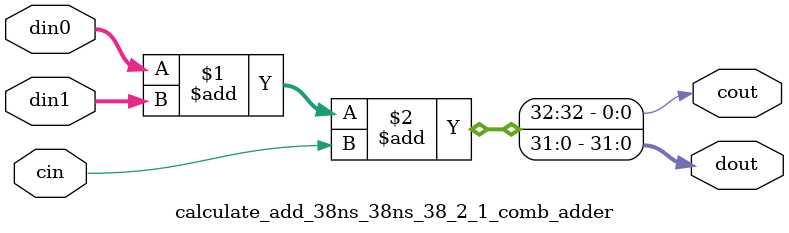
<source format=v>
`timescale 1 ns / 1 ps

module calculate_add_38ns_38ns_38_2_1(clk, reset, ce, din0, din1, dout);
parameter ID         = 1;              // core ID, unused in RTL
parameter NUM_STAGE  = 2;
parameter din0_WIDTH = 38;   // data bitwidth
parameter din1_WIDTH = 38;   // 
parameter dout_WIDTH = 38;   // output bitwidth

// ---- input/output ports list here ----
input   clk;
input   reset;
input   ce;
input  [din0_WIDTH - 1 : 0] din0;
input  [din1_WIDTH - 1 : 0] din1;

output [dout_WIDTH - 1 : 0] dout;
//   

// wire for the primary inputs
wire [38 - 1 : 0] ain_s0 = din0;
wire [38 - 1 : 0] bin_s0 = din1;

// This AddSub module have totally 2 stages. For each stage the adder's width are:
// [19,19]
//  
//   

// Stage 1 logic
wire [19 - 1 : 0]    fas_s1;
wire                 facout_s1;
// 
reg  [19 - 1 : 0]    ain_s1;
reg  [19 - 1 : 0]    bin_s1;
reg  [19 - 1 : 0]    sum_s1;
reg                  carry_s1;
// 
//  
//  
// 
calculate_add_38ns_38ns_38_2_1_comb_adder #(
    .N    ( 19 )
) u1 (
    .din0    ( ain_s0[19 - 1 : 0] ),
    .din1    ( bin_s0[19 - 1 : 0] ),
    .cin  ( 1'b0 ),
    .dout    ( fas_s1 ),
    .cout ( facout_s1 )
);

// 
always @ (posedge clk) begin
    if (ce) begin
        sum_s1   <= fas_s1;
        carry_s1 <= facout_s1;
    end
end

always @ (posedge clk) begin
    if (ce) begin
        ain_s1 <= ain_s0[38 - 1 : 19];
    end
end

always @ (posedge clk) begin
    if (ce) begin
        bin_s1 <= bin_s0[38 - 1 : 19];
    end
end
//  
//   

// Stage 2 logic
wire [19 - 1 : 0]    fas_s2;
wire                 facout_s2;
// 
// 
calculate_add_38ns_38ns_38_2_1_comb_adder #(
    .N    ( 19 )
) u2 (
    .din0    ( ain_s1[19 - 1 : 0] ),
    .din1    ( bin_s1[19 - 1 : 0] ),
    .cin  ( carry_s1 ),
    .dout    ( fas_s2 ),
    .cout ( facout_s2 )
);

// 
assign dout = {fas_s2, sum_s1 };
//  
// 
endmodule

// small adder
module calculate_add_38ns_38ns_38_2_1_comb_adder 
#(parameter
    N = 32
)(
    input  [N-1 : 0]    din0,
    input  [N-1 : 0]    din1,
    input  wire         cin,
    output [N-1 : 0]    dout,
    output wire         cout
);
assign {cout, dout} = din0 + din1 + cin;
endmodule
// 

</source>
